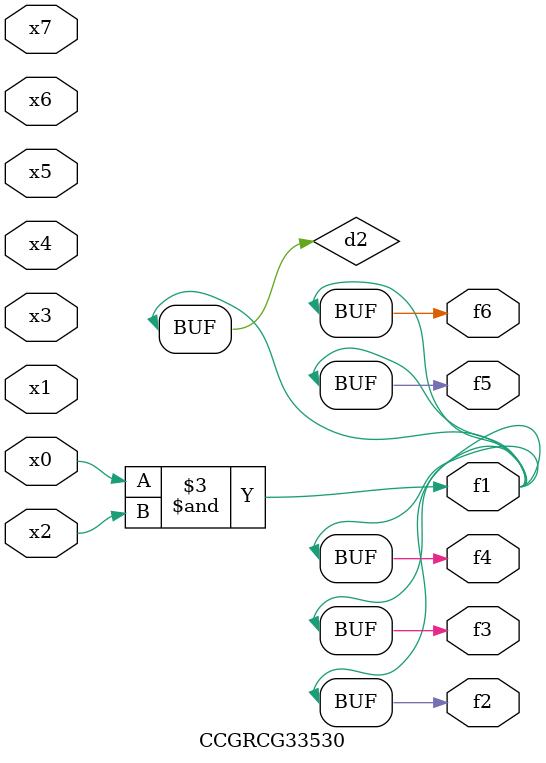
<source format=v>
module CCGRCG33530(
	input x0, x1, x2, x3, x4, x5, x6, x7,
	output f1, f2, f3, f4, f5, f6
);

	wire d1, d2;

	nor (d1, x3, x6);
	and (d2, x0, x2);
	assign f1 = d2;
	assign f2 = d2;
	assign f3 = d2;
	assign f4 = d2;
	assign f5 = d2;
	assign f6 = d2;
endmodule

</source>
